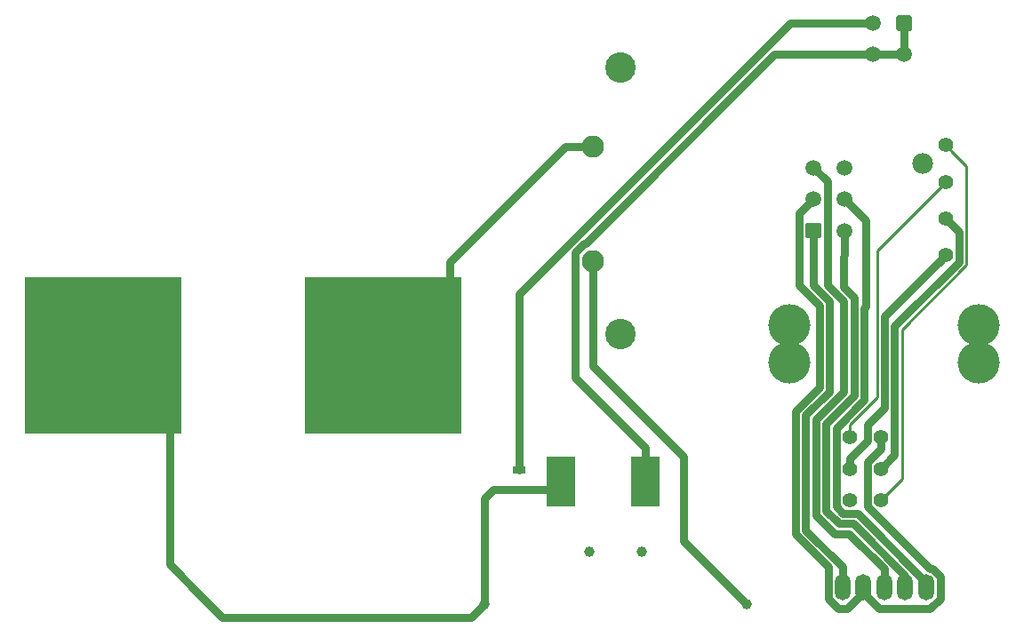
<source format=gtl>
G04 #@! TF.GenerationSoftware,KiCad,Pcbnew,(5.1.4-0-10_14)*
G04 #@! TF.CreationDate,2020-02-02T19:29:52-05:00*
G04 #@! TF.ProjectId,AIR_MINUS,4149525f-4d49-44e5-9553-2e6b69636164,rev?*
G04 #@! TF.SameCoordinates,Original*
G04 #@! TF.FileFunction,Copper,L1,Top*
G04 #@! TF.FilePolarity,Positive*
%FSLAX46Y46*%
G04 Gerber Fmt 4.6, Leading zero omitted, Abs format (unit mm)*
G04 Created by KiCad (PCBNEW (5.1.4-0-10_14)) date 2020-02-02 19:29:52*
%MOMM*%
%LPD*%
G04 APERTURE LIST*
%ADD10C,2.900000*%
%ADD11C,2.120000*%
%ADD12C,1.700000*%
%ADD13R,15.000000X15.000000*%
%ADD14R,2.800000X4.780000*%
%ADD15C,1.500000*%
%ADD16C,0.100000*%
%ADD17R,1.300000X0.700000*%
%ADD18O,1.500000X2.500000*%
%ADD19C,4.000000*%
%ADD20C,1.000000*%
%ADD21C,1.397000*%
%ADD22C,1.981000*%
%ADD23C,1.400000*%
%ADD24C,0.762000*%
%ADD25C,0.250000*%
G04 APERTURE END LIST*
D10*
X114240000Y-145387000D03*
X114240000Y-119987000D03*
D11*
X111570000Y-138380000D03*
X111570000Y-127480000D03*
D12*
X87800000Y-141010000D03*
X97959999Y-141010000D03*
X85260000Y-141010001D03*
X92880000Y-141010000D03*
X90340000Y-141010000D03*
X95420000Y-141010000D03*
X85260001Y-153710000D03*
X87800000Y-153710000D03*
X90340000Y-153710000D03*
X92880000Y-153710000D03*
X97960000Y-153709999D03*
X95420000Y-153710000D03*
D13*
X91610000Y-147360000D03*
D12*
X61140000Y-141010000D03*
X71299999Y-141010000D03*
X58600000Y-141010001D03*
X66220000Y-141010000D03*
X63680000Y-141010000D03*
X68760000Y-141010000D03*
X58600001Y-153710000D03*
X61140000Y-153710000D03*
X63680000Y-153710000D03*
X66220000Y-153710000D03*
X71300000Y-153709999D03*
X68760000Y-153710000D03*
D13*
X64950000Y-147360000D03*
D14*
X108570000Y-159390000D03*
X116630000Y-159390000D03*
D15*
X138240000Y-118730000D03*
X138240000Y-115730000D03*
X141240000Y-118730000D03*
D16*
G36*
X141764504Y-114981204D02*
G01*
X141788773Y-114984804D01*
X141812571Y-114990765D01*
X141835671Y-114999030D01*
X141857849Y-115009520D01*
X141878893Y-115022133D01*
X141898598Y-115036747D01*
X141916777Y-115053223D01*
X141933253Y-115071402D01*
X141947867Y-115091107D01*
X141960480Y-115112151D01*
X141970970Y-115134329D01*
X141979235Y-115157429D01*
X141985196Y-115181227D01*
X141988796Y-115205496D01*
X141990000Y-115230000D01*
X141990000Y-116230000D01*
X141988796Y-116254504D01*
X141985196Y-116278773D01*
X141979235Y-116302571D01*
X141970970Y-116325671D01*
X141960480Y-116347849D01*
X141947867Y-116368893D01*
X141933253Y-116388598D01*
X141916777Y-116406777D01*
X141898598Y-116423253D01*
X141878893Y-116437867D01*
X141857849Y-116450480D01*
X141835671Y-116460970D01*
X141812571Y-116469235D01*
X141788773Y-116475196D01*
X141764504Y-116478796D01*
X141740000Y-116480000D01*
X140740000Y-116480000D01*
X140715496Y-116478796D01*
X140691227Y-116475196D01*
X140667429Y-116469235D01*
X140644329Y-116460970D01*
X140622151Y-116450480D01*
X140601107Y-116437867D01*
X140581402Y-116423253D01*
X140563223Y-116406777D01*
X140546747Y-116388598D01*
X140532133Y-116368893D01*
X140519520Y-116347849D01*
X140509030Y-116325671D01*
X140500765Y-116302571D01*
X140494804Y-116278773D01*
X140491204Y-116254504D01*
X140490000Y-116230000D01*
X140490000Y-115230000D01*
X140491204Y-115205496D01*
X140494804Y-115181227D01*
X140500765Y-115157429D01*
X140509030Y-115134329D01*
X140519520Y-115112151D01*
X140532133Y-115091107D01*
X140546747Y-115071402D01*
X140563223Y-115053223D01*
X140581402Y-115036747D01*
X140601107Y-115022133D01*
X140622151Y-115009520D01*
X140644329Y-114999030D01*
X140667429Y-114990765D01*
X140691227Y-114984804D01*
X140715496Y-114981204D01*
X140740000Y-114980000D01*
X141740000Y-114980000D01*
X141764504Y-114981204D01*
X141764504Y-114981204D01*
G37*
D15*
X141240000Y-115730000D03*
D17*
X104610000Y-160180000D03*
X104610000Y-158280000D03*
D18*
X135352800Y-169531200D03*
X137352800Y-169531200D03*
X139352800Y-169531200D03*
X141352800Y-169531200D03*
D19*
X130352800Y-148031200D03*
X130352800Y-144531200D03*
X148352800Y-144531200D03*
D18*
X143352800Y-169531200D03*
D19*
X148352800Y-148031200D03*
D20*
X116250000Y-166120000D03*
X111250000Y-166120000D03*
X126250000Y-171120000D03*
X101250000Y-171120000D03*
D15*
X135600000Y-129500000D03*
X135600000Y-132500000D03*
X135600000Y-135500000D03*
X132600000Y-129500000D03*
X132600000Y-132500000D03*
D16*
G36*
X133124504Y-134751204D02*
G01*
X133148773Y-134754804D01*
X133172571Y-134760765D01*
X133195671Y-134769030D01*
X133217849Y-134779520D01*
X133238893Y-134792133D01*
X133258598Y-134806747D01*
X133276777Y-134823223D01*
X133293253Y-134841402D01*
X133307867Y-134861107D01*
X133320480Y-134882151D01*
X133330970Y-134904329D01*
X133339235Y-134927429D01*
X133345196Y-134951227D01*
X133348796Y-134975496D01*
X133350000Y-135000000D01*
X133350000Y-136000000D01*
X133348796Y-136024504D01*
X133345196Y-136048773D01*
X133339235Y-136072571D01*
X133330970Y-136095671D01*
X133320480Y-136117849D01*
X133307867Y-136138893D01*
X133293253Y-136158598D01*
X133276777Y-136176777D01*
X133258598Y-136193253D01*
X133238893Y-136207867D01*
X133217849Y-136220480D01*
X133195671Y-136230970D01*
X133172571Y-136239235D01*
X133148773Y-136245196D01*
X133124504Y-136248796D01*
X133100000Y-136250000D01*
X132100000Y-136250000D01*
X132075496Y-136248796D01*
X132051227Y-136245196D01*
X132027429Y-136239235D01*
X132004329Y-136230970D01*
X131982151Y-136220480D01*
X131961107Y-136207867D01*
X131941402Y-136193253D01*
X131923223Y-136176777D01*
X131906747Y-136158598D01*
X131892133Y-136138893D01*
X131879520Y-136117849D01*
X131869030Y-136095671D01*
X131860765Y-136072571D01*
X131854804Y-136048773D01*
X131851204Y-136024504D01*
X131850000Y-136000000D01*
X131850000Y-135000000D01*
X131851204Y-134975496D01*
X131854804Y-134951227D01*
X131860765Y-134927429D01*
X131869030Y-134904329D01*
X131879520Y-134882151D01*
X131892133Y-134861107D01*
X131906747Y-134841402D01*
X131923223Y-134823223D01*
X131941402Y-134806747D01*
X131961107Y-134792133D01*
X131982151Y-134779520D01*
X132004329Y-134769030D01*
X132027429Y-134760765D01*
X132051227Y-134754804D01*
X132075496Y-134751204D01*
X132100000Y-134750000D01*
X133100000Y-134750000D01*
X133124504Y-134751204D01*
X133124504Y-134751204D01*
G37*
D15*
X132600000Y-135500000D03*
D21*
X145200000Y-137850000D03*
X145200000Y-134350000D03*
D22*
X142970000Y-129100000D03*
D21*
X145200000Y-127350000D03*
X145200000Y-130850000D03*
D23*
X136037600Y-161191200D03*
X136037600Y-158191200D03*
X136037600Y-155191200D03*
X139037600Y-161191200D03*
X139037600Y-158191200D03*
X139037600Y-155191200D03*
D24*
X107780000Y-160180000D02*
X108570000Y-159390000D01*
X104610000Y-160180000D02*
X107780000Y-160180000D01*
X71300000Y-167330002D02*
X71300000Y-153689999D01*
X104610000Y-160180000D02*
X102080000Y-160180000D01*
X76295788Y-172405579D02*
X74733500Y-170843291D01*
X74733500Y-170843291D02*
X74456609Y-170486611D01*
X74456609Y-170486611D02*
X71300000Y-167330002D01*
X99964421Y-172405579D02*
X101250000Y-171120000D01*
X76295788Y-172405579D02*
X99964421Y-172405579D01*
X101250000Y-161010000D02*
X102080000Y-160180000D01*
X101250000Y-171120000D02*
X101250000Y-161010000D01*
D25*
X144501501Y-131548499D02*
X145200000Y-130850000D01*
X138650581Y-137399419D02*
X144501501Y-131548499D01*
X138650581Y-151406894D02*
X138650581Y-137399419D01*
X136037600Y-154019875D02*
X138650581Y-151406894D01*
X136037600Y-155191200D02*
X136037600Y-154019875D01*
X145898499Y-128048499D02*
X145200000Y-127350000D01*
X147185511Y-138756599D02*
X147185511Y-129335511D01*
X141024611Y-144917499D02*
X147185511Y-138756599D01*
X141024611Y-159204189D02*
X141024611Y-144917499D01*
X147185511Y-129335511D02*
X145898499Y-128048499D01*
X139037600Y-161191200D02*
X141024611Y-159204189D01*
D24*
X145898499Y-135048499D02*
X145200000Y-134350000D01*
X146479501Y-135629501D02*
X145898499Y-135048499D01*
X140318601Y-144625061D02*
X146479501Y-138464161D01*
X140318601Y-156910199D02*
X140318601Y-144625061D01*
X146479501Y-138464161D02*
X146479501Y-135629501D01*
X139037600Y-158191200D02*
X140318601Y-156910199D01*
X136037600Y-157201251D02*
X137756599Y-155482252D01*
X144501501Y-138548499D02*
X145200000Y-137850000D01*
X136037600Y-158191200D02*
X136037600Y-157201251D01*
X137756599Y-154023401D02*
X139356591Y-152423409D01*
X137756599Y-155482252D02*
X137756599Y-154023401D01*
X139356591Y-143693409D02*
X145200000Y-137850000D01*
X139356591Y-152423409D02*
X139356591Y-143693409D01*
X141240000Y-115730000D02*
X141240000Y-118730000D01*
X138240000Y-118730000D02*
X141240000Y-118730000D01*
X116630000Y-156238000D02*
X116630000Y-159390000D01*
X109928999Y-149536999D02*
X116630000Y-156238000D01*
X109928999Y-137592319D02*
X109928999Y-149536999D01*
X128891318Y-118730000D02*
X138240000Y-118730000D01*
X110882319Y-136738999D02*
X128891318Y-118730000D01*
X110782319Y-136738999D02*
X110882319Y-136738999D01*
X109928999Y-137592319D02*
X110782319Y-136738999D01*
X111570000Y-148410000D02*
X111570000Y-138380000D01*
X120210000Y-157050000D02*
X111570000Y-148410000D01*
X126250000Y-171120000D02*
X120210000Y-165080000D01*
X120210000Y-165080000D02*
X120210000Y-157050000D01*
X132600000Y-140700972D02*
X134144514Y-142245486D01*
X132600000Y-135500000D02*
X132600000Y-140700972D01*
X131870569Y-164036969D02*
X135352800Y-167519200D01*
X135352800Y-167519200D02*
X135352800Y-169531200D01*
X131870569Y-153106998D02*
X131870569Y-164036969D01*
X134144514Y-150833053D02*
X131870569Y-153106998D01*
X134144514Y-142245486D02*
X134144514Y-150833053D01*
X137352800Y-170031200D02*
X137352800Y-169531200D01*
X144683810Y-170582522D02*
X143723132Y-171543200D01*
X144683810Y-168479878D02*
X144683810Y-170582522D01*
X143904122Y-167700190D02*
X144683810Y-168479878D01*
X143650708Y-167700190D02*
X143904122Y-167700190D01*
X137756599Y-161806081D02*
X143650708Y-167700190D01*
X143723132Y-171543200D02*
X138864800Y-171543200D01*
X137756599Y-157576319D02*
X137756599Y-161806081D01*
X139037600Y-156295318D02*
X137756599Y-157576319D01*
X138864800Y-171543200D02*
X137352800Y-170031200D01*
X139037600Y-155191200D02*
X139037600Y-156295318D01*
X134982468Y-171543200D02*
X135840800Y-171543200D01*
X134021790Y-170582522D02*
X134982468Y-171543200D01*
X134021790Y-167548676D02*
X134021790Y-170582522D01*
X130908559Y-164435446D02*
X134021790Y-167548676D01*
X132600000Y-132500000D02*
X131268990Y-133831010D01*
X135840800Y-171543200D02*
X137352800Y-170031200D01*
X131268990Y-133831010D02*
X131268990Y-140730449D01*
X131268990Y-140730449D02*
X133182504Y-142643963D01*
X133182504Y-142643963D02*
X133182504Y-150434577D01*
X133182504Y-150434577D02*
X130908559Y-152708521D01*
X130908559Y-152708521D02*
X130908559Y-164435446D01*
X139352800Y-169026000D02*
X139352800Y-169526000D01*
X139352800Y-169531200D02*
X139352800Y-170031200D01*
X139352800Y-169531200D02*
X139352800Y-169913532D01*
X135508551Y-142249037D02*
X133931001Y-140671487D01*
X135508551Y-150829504D02*
X135508551Y-142249037D01*
X133931001Y-140671487D02*
X133931001Y-130831001D01*
X139352800Y-169531200D02*
X139352800Y-167752172D01*
X136020628Y-164420000D02*
X134649545Y-164420000D01*
X132832579Y-162603034D02*
X132832579Y-153505475D01*
X139352800Y-167752172D02*
X136020628Y-164420000D01*
X133931001Y-130831001D02*
X132600000Y-129500000D01*
X134649545Y-164420000D02*
X132832579Y-162603034D01*
X132832579Y-153505475D02*
X135508551Y-150829504D01*
X141352800Y-169026000D02*
X141352800Y-169526000D01*
X141352800Y-169148868D02*
X141352800Y-169531200D01*
X135458999Y-137981119D02*
X135600000Y-137840118D01*
X136470561Y-151227980D02*
X136470561Y-141850561D01*
X141352800Y-168391686D02*
X136395325Y-163434211D01*
X135024242Y-163434211D02*
X133794589Y-162204558D01*
X135600000Y-137840118D02*
X135600000Y-135500000D01*
X135458999Y-140838999D02*
X135458999Y-137981119D01*
X141352800Y-169531200D02*
X141352800Y-168391686D01*
X136470561Y-141850561D02*
X135458999Y-140838999D01*
X136395325Y-163434211D02*
X135024242Y-163434211D01*
X133794589Y-162204558D02*
X133794589Y-153903952D01*
X133794589Y-153903952D02*
X136470561Y-151227980D01*
X143352800Y-169026000D02*
X143352800Y-169526000D01*
X137432571Y-142896455D02*
X137621001Y-142708025D01*
X137432571Y-151626456D02*
X137432571Y-142896455D01*
X137621001Y-142708025D02*
X137621001Y-134521001D01*
X143352800Y-169531200D02*
X143352800Y-169031200D01*
X136793801Y-162472201D02*
X135422719Y-162472201D01*
X134756599Y-154302428D02*
X137432571Y-151626456D01*
X137621001Y-134521001D02*
X135600000Y-132500000D01*
X135422719Y-162472201D02*
X134756599Y-161806081D01*
X143352800Y-169031200D02*
X136793801Y-162472201D01*
X134756599Y-161806081D02*
X134756599Y-154302428D01*
X133349514Y-115730000D02*
X138240000Y-115730000D01*
X130430831Y-115730000D02*
X133349514Y-115730000D01*
X104610000Y-141550831D02*
X130430831Y-115730000D01*
X104610000Y-158280000D02*
X104610000Y-141550831D01*
X98050000Y-141000000D02*
X97969999Y-141000000D01*
X97959999Y-139807919D02*
X97959999Y-141010000D01*
X97959999Y-138470001D02*
X97959999Y-139807919D01*
X108950000Y-127480000D02*
X97959999Y-138470001D01*
X111570000Y-127480000D02*
X108950000Y-127480000D01*
M02*

</source>
